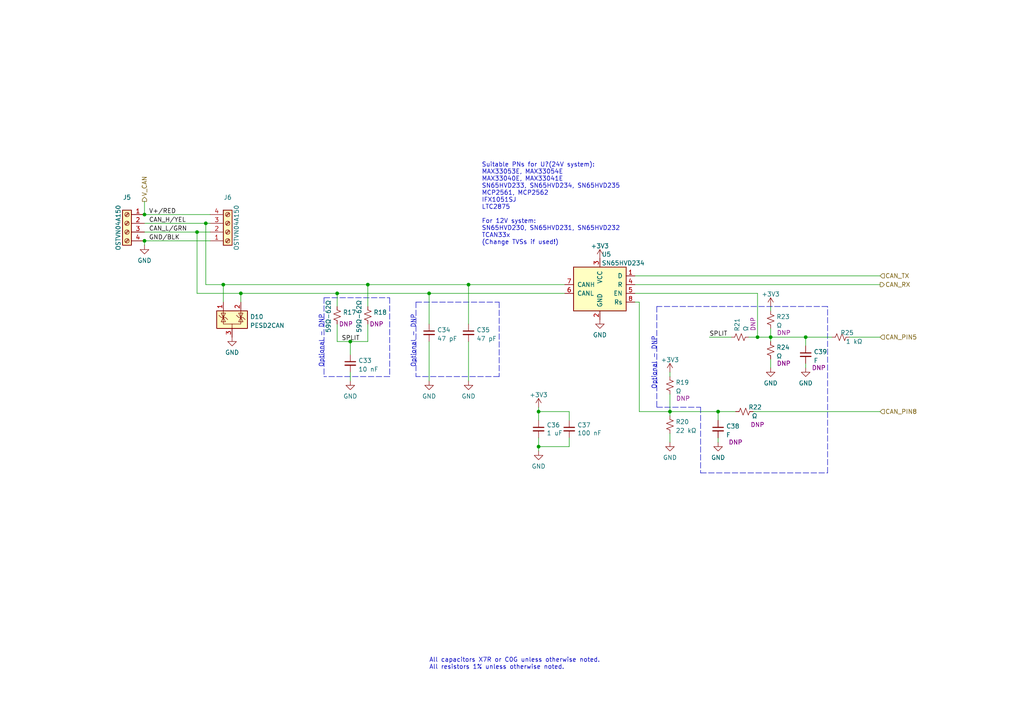
<source format=kicad_sch>
(kicad_sch (version 20211123) (generator eeschema)
  (paper "A4")
  (title_block (title "CANbus Acquisition Module") (date "2022-06-01") (rev "A1") (company "École de Technologie Supérieure - Laboratoire thermique et science du bâtiment (LTSB)") (comment 1 "Designer: Hugo Boyce"))
  (lib_symbols
    (symbol "Connector:Screw_Terminal_01x04" (pin_names (offset 1.016) hide)
      (property "Reference" "J" (at 0 5.08 0))
      (property "Value" "Screw_Terminal_01x04" (at 0 -7.62 0))
      (symbol "Screw_Terminal_01x04_1_1"
        (rectangle (start -1.27 3.81) (end 1.27 -6.35) (stroke (width 0.254)) (fill (type background)))
        (circle (center 0 -5.08) (radius 0.635) (stroke (width 0.1524)))
        (circle (center 0 -2.54) (radius 0.635) (stroke (width 0.1524)))
        (polyline (pts (xy -0.5334 -4.7498) (xy 0.3302 -5.588)) (stroke (width 0.1524)))
        (polyline (pts (xy -0.5334 -2.2098) (xy 0.3302 -3.048)) (stroke (width 0.1524)))
        (polyline (pts (xy -0.5334 0.3302) (xy 0.3302 -0.508)) (stroke (width 0.1524)))
        (polyline (pts (xy -0.5334 2.8702) (xy 0.3302 2.032)) (stroke (width 0.1524)))
        (polyline (pts (xy -0.3556 -4.572) (xy 0.508 -5.4102)) (stroke (width 0.1524)))
        (polyline (pts (xy -0.3556 -2.032) (xy 0.508 -2.8702)) (stroke (width 0.1524)))
        (polyline (pts (xy -0.3556 0.508) (xy 0.508 -0.3302)) (stroke (width 0.1524)))
        (polyline (pts (xy -0.3556 3.048) (xy 0.508 2.2098)) (stroke (width 0.1524)))
        (circle (center 0 0) (radius 0.635) (stroke (width 0.1524)))
        (circle (center 0 2.54) (radius 0.635) (stroke (width 0.1524)))
        (pin passive line (at -5.08 2.54 0) (length 3.81) (name "Pin_1") (number "1"))
        (pin passive line (at -5.08 0 0) (length 3.81) (name "Pin_2") (number "2"))
        (pin passive line (at -5.08 -2.54 0) (length 3.81) (name "Pin_3") (number "3"))
        (pin passive line (at -5.08 -5.08 0) (length 3.81) (name "Pin_4") (number "4"))
      )
    )
    (symbol "Device:C_Small" (pin_numbers hide) (pin_names (offset 0.254) hide)
      (property "Reference" "C" (at 0.254 1.778 0))
      (property "Value" "C_Small" (at 0.254 -2.032 0))
      (symbol "C_Small_0_1"
        (polyline (pts (xy -1.524 -0.508) (xy 1.524 -0.508)) (stroke (width 0.3302)))
        (polyline (pts (xy -1.524 0.508) (xy 1.524 0.508)) (stroke (width 0.3048)))
      )
      (symbol "C_Small_1_1"
        (pin passive line (at 0 2.54 270) (length 2.032) (name "~") (number "1"))
        (pin passive line (at 0 -2.54 90) (length 2.032) (name "~") (number "2"))
      )
    )
    (symbol "Device:R_Small_US" (pin_numbers hide) (pin_names (offset 0.254) hide)
      (property "Reference" "R" (at 0.762 0.508 0))
      (property "Value" "R_Small_US" (at 0.762 -1.016 0))
      (symbol "R_Small_US_1_1"
        (polyline (pts (xy 0 0) (xy 1.016 -0.381) (xy 0 -0.762) (xy -1.016 -1.143) (xy 0 -1.524)))
        (polyline (pts (xy 0 1.524) (xy 1.016 1.143) (xy 0 0.762) (xy -1.016 0.381) (xy 0 0)))
        (pin passive line (at 0 2.54 270) (length 1.016) (name "~") (number "1"))
        (pin passive line (at 0 -2.54 90) (length 1.016) (name "~") (number "2"))
      )
    )
    (symbol "Interface_CAN_LIN:SN65HVD234" (pin_names (offset 1.016))
      (property "Reference" "U" (at -2.54 10.16 0))
      (property "Value" "SN65HVD234" (at -2.54 7.62 0))
      (symbol "SN65HVD234_0_1"
        (rectangle (start -7.62 5.08) (end 7.62 -7.62) (stroke (width 0.254)) (fill (type background)))
      )
      (symbol "SN65HVD234_1_1"
        (pin input line (at -10.16 2.54 0) (length 2.54) (name "D") (number "1"))
        (pin power_in line (at 0 -10.16 90) (length 2.54) (name "GND") (number "2"))
        (pin power_in line (at 0 7.62 270) (length 2.54) (name "VCC") (number "3"))
        (pin output line (at -10.16 0 0) (length 2.54) (name "R") (number "4"))
        (pin input line (at -10.16 -2.54 0) (length 2.54) (name "EN") (number "5"))
        (pin bidirectional line (at 10.16 -2.54 180) (length 2.54) (name "CANL") (number "6"))
        (pin bidirectional line (at 10.16 0 180) (length 2.54) (name "CANH") (number "7"))
        (pin input line (at -10.16 -5.08 0) (length 2.54) (name "Rs") (number "8"))
      )
    )
    (symbol "Power_Protection:NUP2105L" (pin_names hide)
      (property "Reference" "D" (at 5.715 2.54 0))
      (property "Value" "NUP2105L" (at 5.715 0.635 0))
      (symbol "NUP2105L_0_0"
        (pin passive line (at 0 -5.08 90) (length 2.54) (name "A") (number "3"))
      )
      (symbol "NUP2105L_0_1"
        (rectangle (start -4.445 2.54) (end 4.445 -2.54) (stroke (width 0.254)) (fill (type background)))
        (polyline (pts (xy -2.54 2.54) (xy -2.54 0.635)))
        (polyline (pts (xy 0 -1.27) (xy 0 -2.54)))
        (polyline (pts (xy 2.54 2.54) (xy 2.54 0.635)))
        (polyline (pts (xy -3.81 1.27) (xy -3.175 0.635) (xy -1.905 0.635) (xy -1.27 0)))
        (polyline (pts (xy -2.54 0.635) (xy -2.54 -1.27) (xy 2.54 -1.27) (xy 2.54 0.635)))
        (polyline (pts (xy -2.54 0.635) (xy -1.905 -0.635) (xy -3.175 -0.635) (xy -2.54 0.635)))
        (polyline (pts (xy 2.54 0.635) (xy 1.905 -0.635) (xy 3.175 -0.635) (xy 2.54 0.635)))
        (polyline (pts (xy 2.54 0.635) (xy 3.175 1.905) (xy 1.905 1.905) (xy 2.54 0.635)))
        (polyline (pts (xy -2.54 0.635) (xy -3.175 1.905) (xy -1.905 1.905) (xy -2.54 0.635) (xy -2.54 1.27)))
        (polyline (pts (xy 1.27 1.27) (xy 1.905 0.635) (xy 2.54 0.635) (xy 3.175 0.635) (xy 3.81 0)))
      )
      (symbol "NUP2105L_1_1"
        (pin passive line (at -2.54 5.08 270) (length 2.54) (name "K") (number "1"))
        (pin passive line (at 2.54 5.08 270) (length 2.54) (name "K") (number "2"))
      )
    )
    (symbol "power:+3.3V" (power) (pin_names (offset 0))
      (property "Value" "+3.3V" (at 0 3.556 0))
      (symbol "+3.3V_0_1"
        (polyline (pts (xy -0.762 1.27) (xy 0 2.54)))
        (polyline (pts (xy 0 0) (xy 0 2.54)))
        (polyline (pts (xy 0 2.54) (xy 0.762 1.27)))
      )
      (symbol "+3.3V_1_1"
        (pin power_in line (at 0 0 90) (length 0) hide (name "+3V3") (number "1"))
      )
    )
    (symbol "power:GND" (power) (pin_names (offset 0))
      (property "Value" "GND" (at 0 -3.81 0))
      (symbol "GND_0_1"
        (polyline (pts (xy 0 0) (xy 0 -1.27) (xy 1.27 -1.27) (xy 0 -2.54) (xy -1.27 -1.27) (xy 0 -1.27)))
      )
      (symbol "GND_1_1"
        (pin power_in line (at 0 0 270) (length 0) hide (name "GND") (number "1"))
      )
    )
  )
  (junction (at 208.28 119.38))
  (junction (at 97.79 85.09))
  (junction (at 156.21 129.54))
  (junction (at 69.85 85.09))
  (junction (at 57.15 67.31))
  (junction (at 106.68 82.55))
  (junction (at 41.91 62.23))
  (junction (at 223.52 97.79))
  (junction (at 101.6 99.06))
  (junction (at 135.89 82.55))
  (junction (at 194.31 119.38))
  (junction (at 64.77 82.55))
  (junction (at 41.91 69.85))
  (junction (at 124.46 85.09))
  (junction (at 233.68 97.79))
  (junction (at 156.21 119.38))
  (junction (at 59.69 64.77))
  (junction (at 219.71 97.79))
  (wire (pts (xy 41.91 64.77) (xy 59.69 64.77)))
  (wire (pts (xy 184.15 87.63) (xy 185.42 87.63)))
  (wire (pts (xy 223.52 95.25) (xy 223.52 97.79)))
  (wire (pts (xy 194.31 119.38) (xy 208.28 119.38)))
  (wire (pts (xy 106.68 82.55) (xy 106.68 88.9)))
  (wire (pts (xy 64.77 82.55) (xy 64.77 87.63)))
  (wire (pts (xy 218.44 119.38) (xy 255.27 119.38)))
  (wire (pts (xy 135.89 99.06) (xy 135.89 110.49)))
  (wire (pts (xy 57.15 85.09) (xy 69.85 85.09)))
  (wire (pts (xy 185.42 119.38) (xy 185.42 87.63)))
  (wire (pts (xy 217.17 97.79) (xy 219.71 97.79)))
  (wire (pts (xy 233.68 105.41) (xy 233.68 106.68)))
  (polyline (pts (xy 120.65 87.63) (xy 144.78 87.63)))
  (wire (pts (xy 184.15 82.55) (xy 255.27 82.55)))
  (wire (pts (xy 97.79 85.09) (xy 124.46 85.09)))
  (wire (pts (xy 223.52 104.14) (xy 223.52 106.68)))
  (wire (pts (xy 246.38 97.79) (xy 255.27 97.79)))
  (wire (pts (xy 97.79 99.06) (xy 97.79 93.98)))
  (wire (pts (xy 101.6 102.87) (xy 101.6 99.06)))
  (wire (pts (xy 165.1 121.92) (xy 165.1 119.38)))
  (wire (pts (xy 41.91 69.85) (xy 41.91 71.12)))
  (wire (pts (xy 194.31 119.38) (xy 194.31 120.65)))
  (wire (pts (xy 223.52 88.9) (xy 223.52 90.17)))
  (wire (pts (xy 101.6 107.95) (xy 101.6 110.49)))
  (wire (pts (xy 165.1 119.38) (xy 156.21 119.38)))
  (wire (pts (xy 165.1 129.54) (xy 165.1 127)))
  (wire (pts (xy 208.28 127) (xy 208.28 128.27)))
  (wire (pts (xy 233.68 100.33) (xy 233.68 97.79)))
  (wire (pts (xy 59.69 82.55) (xy 64.77 82.55)))
  (wire (pts (xy 41.91 58.42) (xy 41.91 62.23)))
  (wire (pts (xy 101.6 99.06) (xy 97.79 99.06)))
  (polyline (pts (xy 120.65 87.63) (xy 120.65 109.22)))
  (wire (pts (xy 69.85 85.09) (xy 69.85 87.63)))
  (wire (pts (xy 208.28 121.92) (xy 208.28 119.38)))
  (wire (pts (xy 41.91 67.31) (xy 57.15 67.31)))
  (wire (pts (xy 185.42 119.38) (xy 194.31 119.38)))
  (wire (pts (xy 69.85 85.09) (xy 97.79 85.09)))
  (wire (pts (xy 106.68 99.06) (xy 101.6 99.06)))
  (wire (pts (xy 59.69 64.77) (xy 59.69 82.55)))
  (polyline (pts (xy 203.2 118.11) (xy 203.2 137.16)))
  (polyline (pts (xy 203.2 137.16) (xy 240.03 137.16)))
  (wire (pts (xy 41.91 62.23) (xy 60.96 62.23)))
  (wire (pts (xy 194.31 125.73) (xy 194.31 128.27)))
  (wire (pts (xy 124.46 85.09) (xy 124.46 93.98)))
  (wire (pts (xy 156.21 129.54) (xy 156.21 130.81)))
  (polyline (pts (xy 93.98 86.36) (xy 93.98 109.22)))
  (wire (pts (xy 233.68 97.79) (xy 241.3 97.79)))
  (wire (pts (xy 208.28 119.38) (xy 213.36 119.38)))
  (polyline (pts (xy 190.5 118.11) (xy 203.2 118.11)))
  (wire (pts (xy 184.15 80.01) (xy 255.27 80.01)))
  (wire (pts (xy 219.71 85.09) (xy 184.15 85.09)))
  (wire (pts (xy 219.71 97.79) (xy 223.52 97.79)))
  (wire (pts (xy 194.31 114.3) (xy 194.31 119.38)))
  (polyline (pts (xy 240.03 137.16) (xy 240.03 88.9)))
  (polyline (pts (xy 113.03 109.22) (xy 93.98 109.22)))
  (wire (pts (xy 223.52 97.79) (xy 233.68 97.79)))
  (polyline (pts (xy 240.03 88.9) (xy 190.5 88.9)))
  (wire (pts (xy 124.46 85.09) (xy 163.83 85.09)))
  (wire (pts (xy 156.21 129.54) (xy 156.21 127)))
  (polyline (pts (xy 93.98 86.36) (xy 113.03 86.36)))
  (wire (pts (xy 156.21 129.54) (xy 165.1 129.54)))
  (wire (pts (xy 124.46 99.06) (xy 124.46 110.49)))
  (polyline (pts (xy 144.78 87.63) (xy 144.78 109.22)))
  (wire (pts (xy 106.68 82.55) (xy 135.89 82.55)))
  (polyline (pts (xy 144.78 109.22) (xy 120.65 109.22)))
  (wire (pts (xy 97.79 85.09) (xy 97.79 88.9)))
  (polyline (pts (xy 190.5 88.9) (xy 190.5 118.11)))
  (wire (pts (xy 156.21 121.92) (xy 156.21 119.38)))
  (wire (pts (xy 219.71 97.79) (xy 219.71 85.09)))
  (wire (pts (xy 135.89 82.55) (xy 135.89 93.98)))
  (wire (pts (xy 223.52 97.79) (xy 223.52 99.06)))
  (wire (pts (xy 57.15 67.31) (xy 60.96 67.31)))
  (wire (pts (xy 156.21 118.11) (xy 156.21 119.38)))
  (polyline (pts (xy 113.03 86.36) (xy 113.03 109.22)))
  (wire (pts (xy 205.74 97.79) (xy 212.09 97.79)))
  (wire (pts (xy 59.69 64.77) (xy 60.96 64.77)))
  (wire (pts (xy 194.31 107.95) (xy 194.31 109.22)))
  (wire (pts (xy 57.15 67.31) (xy 57.15 85.09)))
  (wire (pts (xy 64.77 82.55) (xy 106.68 82.55)))
  (wire (pts (xy 41.91 69.85) (xy 60.96 69.85)))
  (wire (pts (xy 135.89 82.55) (xy 163.83 82.55)))
  (wire (pts (xy 106.68 93.98) (xy 106.68 99.06)))
  (text "All capacitors X7R or C0G unless otherwise noted.\nAll resistors 1% unless otherwise noted." (at 124.46 194.31 0) (effects (font (size 1.27 1.27)) (justify left bottom)))
  (text "Optional - DNP" (at 120.65 106.68 90) (effects (font (size 1.27 1.27)) (justify left bottom)))
  (text "Optional - DNP" (at 93.98 106.68 90) (effects (font (size 1.27 1.27)) (justify left bottom)))
  (text "Suitable PNs for U?(24V system):\nMAX33053E, MAX33054E\nMAX33040E, MAX33041E\nSN65HVD233, SN65HVD234, SN65HVD235\nMCP2561, MCP2562\nIFX1051SJ\nLTC2875\n\nFor 12V system:\nSN65HVD230, SN65HVD231, SN65HVD232\nTCAN33x\n(Change TVSs if used!)\n" (at 139.7 71.12 0) (effects (font (size 1.27 1.27)) (justify left bottom)))
  (text "Optional - DNP" (at 190.5 113.03 90) (effects (font (size 1.27 1.27)) (justify left bottom)))
  (label "CAN_L{slash}GRN" (at 43.18 67.31 0))
  (label "CAN_H{slash}YEL" (at 43.18 64.77 0))
  (label "SPLIT" (at 205.74 97.79 0))
  (label "SPLIT" (at 99.06 99.06 0))
  (label "GND{slash}BLK" (at 43.18 69.85 0))
  (label "V+{slash}RED" (at 43.18 62.23 0))
  (hierarchical_label "CAN_PIN5" (shape input) (at 255.27 97.79 0))
  (hierarchical_label "CAN_TX" (shape input) (at 255.27 80.01 0))
  (hierarchical_label "CAN_PIN8" (shape input) (at 255.27 119.38 0))
  (hierarchical_label "V_CAN" (shape output) (at 41.91 58.42 90))
  (hierarchical_label "CAN_RX" (shape output) (at 255.27 82.55 0))
  (symbol (lib_id "power:GND") (at 156.21 130.81 0) (unit 1)
    (property "Reference" "#PWR077" (effects hide))
    (property "Value" "GND" (at 156.21 135.2534 0))
  )
  (symbol (lib_id "Device:R_Small_US") (at 215.9 119.38 90) (unit 1)
    (property "Reference" "R22" (at 220.98 118.11 90) (effects (justify left)))
    (property "Value" "Ω" (at 219.71 120.65 90) (effects (justify left)))
    (property "Footprint" "Resistor_SMD:R_0603_1608Metric" (effects hide))
    (property "Do Not Place" "DNP" (at 219.71 123.19 90))
  )
  (symbol (lib_id "Device:R_Small_US") (at 194.31 111.76 0) (unit 1)
    (property "Reference" "R19" (at 195.961 110.9253 0) (effects (justify left)))
    (property "Value" "Ω" (at 195.961 113.4622 0) (effects (justify left)))
    (property "Footprint" "Resistor_SMD:R_0603_1608Metric" (effects hide))
    (property "Do Not Place" "DNP" (at 198.12 115.57 0))
  )
  (symbol (lib_id "power:+3.3V") (at 194.31 107.95 0) (unit 1)
    (property "Reference" "#PWR080" (effects hide))
    (property "Value" "+3.3V" (at 194.31 104.3742 0))
  )
  (symbol (lib_id "Device:R_Small_US") (at 214.63 97.79 90) (unit 1)
    (property "Reference" "R21" (at 213.7953 96.139 0) (effects (justify left)))
    (property "Value" "Ω" (at 216.3322 96.139 0) (effects (justify left)))
    (property "Footprint" "Resistor_SMD:R_0603_1608Metric" (effects hide))
    (property "Do Not Place" "DNP" (at 218.44 93.98 0))
  )
  (symbol (lib_id "power:GND") (at 173.99 92.71 0) (unit 1)
    (property "Reference" "#PWR079" (effects hide))
    (property "Value" "GND" (at 173.99 97.1534 0))
  )
  (symbol (lib_id "Device:C_Small") (at 135.89 96.52 0) (unit 1)
    (property "Reference" "C35" (at 138.2141 95.6916 0) (effects (justify left)))
    (property "Value" "47 pF" (at 138.2141 98.2285 0) (effects (justify left)))
    (property "Footprint" "Capacitor_SMD:C_0603_1608Metric" (effects hide))
    (property "Mfr." "Samsung" (effects hide))
    (property "P/N" "CL10C470JB81PNC" (effects hide))
  )
  (symbol (lib_id "power:GND") (at 233.68 106.68 0) (unit 1)
    (property "Reference" "#PWR085" (effects hide))
    (property "Value" "GND" (at 233.68 111.1234 0))
  )
  (symbol (lib_id "Device:R_Small_US") (at 97.79 91.44 0) (unit 1)
    (property "Reference" "R17" (at 99.441 90.6053 0) (effects (justify left)))
    (property "Value" "59Ω-62Ω" (at 95.25 96.52 90) (effects (justify left)))
    (property "Footprint" "Resistor_SMD:R_1206_3216Metric" (effects hide))
    (property "Do Not Place" "DNP" (at 100.33 93.98 0))
  )
  (symbol (lib_id "Device:C_Small") (at 165.1 124.46 0) (unit 1)
    (property "Reference" "C37" (at 167.4368 123.2916 0) (effects (justify left)))
    (property "Value" "100 nF" (at 167.4368 125.603 0) (effects (justify left)))
    (property "Footprint" "Capacitor_SMD:C_0402_1005Metric" (effects hide))
    (property "Mfr." "KYOCERA AVX " (effects hide))
    (property "P/N" "0402YC104KAT2A" (effects hide))
    (property "Rated Voltage" "16V" (effects hide))
  )
  (symbol (lib_id "power:GND") (at 41.91 71.12 0) (unit 1)
    (property "Reference" "#PWR071" (effects hide))
    (property "Value" "GND" (at 41.91 75.5634 0))
  )
  (symbol (lib_id "Connector:Screw_Terminal_01x04") (at 66.04 67.31 0) (mirror x) (unit 1)
    (property "Reference" "J6" (at 66.04 57.2602 0))
    (property "Value" "OSTVN04A150" (at 68.58 66.04 90))
    (property "Footprint" "CAN-Acquisition-Module:OSTVN04A150" (effects hide))
    (property "P/N" "OSTVN04A150" (effects hide))
    (property "Mfr." "On Shore Technology" (effects hide))
  )
  (symbol (lib_id "Device:C_Small") (at 156.21 124.46 0) (unit 1)
    (property "Reference" "C36" (at 158.5468 123.2916 0) (effects (justify left)))
    (property "Value" "1 uF" (at 158.5468 125.603 0) (effects (justify left)))
    (property "Footprint" "Capacitor_SMD:C_0603_1608Metric" (effects hide))
    (property "Mfr." "Samsung Electro-Mechanics " (effects hide))
    (property "P/N" "CL10B105KA8NNNC" (effects hide))
    (property "Rated Voltage" "25V" (effects hide))
  )
  (symbol (lib_id "power:GND") (at 67.31 97.79 0) (unit 1)
    (property "Reference" "#PWR072" (effects hide))
    (property "Value" "GND" (at 67.31 102.2334 0))
  )
  (symbol (lib_id "Device:R_Small_US") (at 243.84 97.79 90) (unit 1)
    (property "Reference" "R25" (at 247.65 96.52 90) (effects (justify left)))
    (property "Value" "1 kΩ" (at 250.19 99.06 90) (effects (justify left)))
    (property "Footprint" "Resistor_SMD:R_0603_1608Metric" (effects hide))
    (property "Mfr." "Stackpole" (effects hide))
    (property "P/N" "RMCF0603FT1K00" (effects hide))
  )
  (symbol (lib_id "Device:C_Small") (at 233.68 102.87 0) (unit 1)
    (property "Reference" "C39" (at 236.0041 102.0416 0) (effects (justify left)))
    (property "Value" "F" (at 236.0041 104.5785 0) (effects (justify left)))
    (property "Footprint" "Capacitor_SMD:C_0603_1608Metric" (effects hide))
    (property "Do Not Place" "DNP" (at 237.49 106.68 0))
  )
  (symbol (lib_id "power:+3.3V") (at 156.21 118.11 0) (unit 1)
    (property "Reference" "#PWR076" (effects hide))
    (property "Value" "+3.3V" (at 156.21 114.5342 0))
  )
  (symbol (lib_id "Device:C_Small") (at 208.28 124.46 0) (unit 1)
    (property "Reference" "C38" (at 210.6041 123.6316 0) (effects (justify left)))
    (property "Value" "F" (at 210.6041 126.1685 0) (effects (justify left)))
    (property "Footprint" "Capacitor_SMD:C_0603_1608Metric" (effects hide))
    (property "Do Not Place" "DNP" (at 213.36 128.27 0))
  )
  (symbol (lib_id "Device:C_Small") (at 124.46 96.52 0) (unit 1)
    (property "Reference" "C34" (at 126.7841 95.6916 0) (effects (justify left)))
    (property "Value" "47 pF" (at 126.7841 98.2285 0) (effects (justify left)))
    (property "Footprint" "Capacitor_SMD:C_0603_1608Metric" (effects hide))
    (property "Mfr." "Samsung" (effects hide))
    (property "P/N" "CL10C470JB81PNC" (effects hide))
  )
  (symbol (lib_id "power:GND") (at 101.6 110.49 0) (unit 1)
    (property "Reference" "#PWR073" (effects hide))
    (property "Value" "GND" (at 101.6 114.9334 0))
  )
  (symbol (lib_id "power:GND") (at 208.28 128.27 0) (unit 1)
    (property "Reference" "#PWR082" (effects hide))
    (property "Value" "GND" (at 208.28 132.7134 0))
  )
  (symbol (lib_id "Interface_CAN_LIN:SN65HVD234") (at 173.99 82.55 0) (mirror y) (unit 1)
    (property "Reference" "U5" (at 174.5106 73.7702 0) (effects (justify right)))
    (property "Value" "SN65HVD234" (at 174.5106 76.3071 0) (effects (justify right)))
    (property "Footprint" "Package_SO:SOIC-8_3.9x4.9mm_P1.27mm" (effects hide))
    (property "Datasheet" "http://www.ti.com/lit/ds/symlink/sn65hvd234.pdf" (effects hide))
  )
  (symbol (lib_id "Device:C_Small") (at 101.6 105.41 0) (unit 1)
    (property "Reference" "C33" (at 103.9241 104.5816 0) (effects (justify left)))
    (property "Value" "10 nF" (at 103.9241 107.1185 0) (effects (justify left)))
    (property "Footprint" "Capacitor_SMD:C_0603_1608Metric" (effects hide))
    (property "Do Not Place" "DNP" (effects hide))
  )
  (symbol (lib_id "power:GND") (at 135.89 110.49 0) (unit 1)
    (property "Reference" "#PWR075" (effects hide))
    (property "Value" "GND" (at 135.89 114.9334 0))
  )
  (symbol (lib_id "power:+3.3V") (at 173.99 74.93 0) (unit 1)
    (property "Reference" "#PWR078" (effects hide))
    (property "Value" "+3.3V" (at 173.99 71.3542 0))
  )
  (symbol (lib_id "power:+3.3V") (at 223.52 88.9 0) (unit 1)
    (property "Reference" "#PWR083" (effects hide))
    (property "Value" "+3.3V" (at 223.52 85.3242 0))
  )
  (symbol (lib_id "power:GND") (at 194.31 128.27 0) (unit 1)
    (property "Reference" "#PWR081" (effects hide))
    (property "Value" "GND" (at 194.31 132.7134 0))
  )
  (symbol (lib_id "Device:R_Small_US") (at 223.52 92.71 0) (unit 1)
    (property "Reference" "R23" (at 225.171 91.8753 0) (effects (justify left)))
    (property "Value" "Ω" (at 225.171 94.4122 0) (effects (justify left)))
    (property "Footprint" "Resistor_SMD:R_0603_1608Metric" (effects hide))
    (property "Do Not Place" "DNP" (at 227.33 96.52 0))
  )
  (symbol (lib_id "power:GND") (at 124.46 110.49 0) (unit 1)
    (property "Reference" "#PWR074" (effects hide))
    (property "Value" "GND" (at 124.46 114.9334 0))
  )
  (symbol (lib_id "Power_Protection:NUP2105L") (at 67.31 92.71 0) (unit 1)
    (property "Reference" "D10" (at 72.517 91.8753 0) (effects (justify left)))
    (property "Value" "PESD2CAN" (at 72.517 94.4122 0) (effects (justify left)))
    (property "Footprint" "Package_TO_SOT_SMD:SOT-23" (effects hide))
    (property "Datasheet" "https://assets.nexperia.com/documents/data-sheet/PESD2CAN.pdf" (effects hide))
    (property "Mfr." "Comchip Technology" (effects hide))
    (property "P/N" "CPDT-24V" (effects hide))
  )
  (symbol (lib_id "Device:R_Small_US") (at 223.52 101.6 0) (unit 1)
    (property "Reference" "R24" (at 225.171 100.7653 0) (effects (justify left)))
    (property "Value" "Ω" (at 225.171 103.3022 0) (effects (justify left)))
    (property "Footprint" "Resistor_SMD:R_0603_1608Metric" (effects hide))
    (property "Do Not Place" "DNP" (at 227.33 105.41 0))
  )
  (symbol (lib_id "Connector:Screw_Terminal_01x04") (at 36.83 64.77 0) (mirror y) (unit 1)
    (property "Reference" "J5" (at 36.83 57.2602 0))
    (property "Value" "OSTVN04A150" (at 34.29 66.04 90))
    (property "Footprint" "CAN-Acquisition-Module:OSTVN04A150" (effects hide))
    (property "P/N" "OSTVN04A150" (effects hide))
    (property "Mfr." "On Shore Technology" (effects hide))
  )
  (symbol (lib_id "Device:R_Small_US") (at 194.31 123.19 0) (unit 1)
    (property "Reference" "R20" (at 195.961 122.3553 0) (effects (justify left)))
    (property "Value" "22 kΩ" (at 195.961 124.8922 0) (effects (justify left)))
    (property "Footprint" "Resistor_SMD:R_0603_1608Metric" (effects hide))
    (property "Mfr." "Stackpole" (effects hide))
    (property "P/N" "RMCF0603FT22K0" (effects hide))
  )
  (symbol (lib_id "power:GND") (at 223.52 106.68 0) (unit 1)
    (property "Reference" "#PWR084" (effects hide))
    (property "Value" "GND" (at 223.52 111.1234 0))
  )
  (symbol (lib_id "Device:R_Small_US") (at 106.68 91.44 0) (unit 1)
    (property "Reference" "R18" (at 108.331 90.6053 0) (effects (justify left)))
    (property "Value" "59Ω-62Ω" (at 104.14 96.52 90) (effects (justify left)))
    (property "Footprint" "Resistor_SMD:R_1206_3216Metric" (effects hide))
    (property "Do Not Place" "DNP" (at 109.22 93.98 0))
  )
)
</source>
